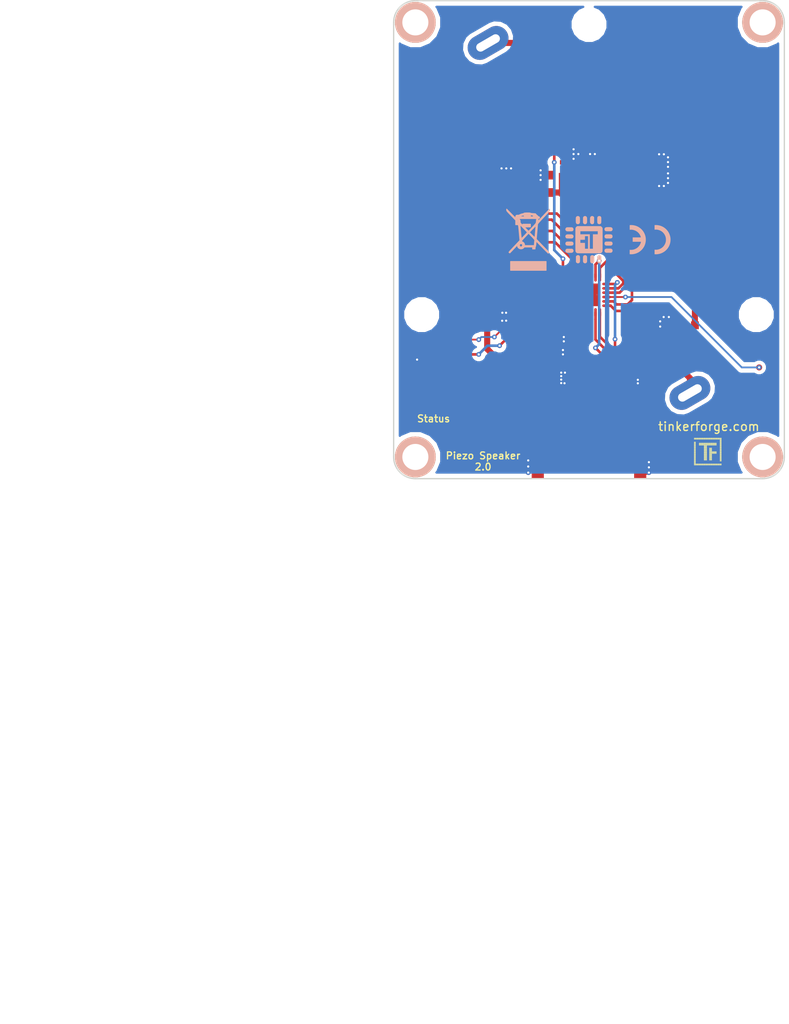
<source format=kicad_pcb>
(kicad_pcb (version 20171130) (host pcbnew 5.0.2-bee76a0~70~ubuntu18.04.1)
  (layers (0 F.Cu signal) (31 B.Cu signal hide) (34 B.Paste user) (35 F.Paste user) (36 B.SilkS user) (37 F.SilkS user) (38 B.Mask user) (39 F.Mask user) (44 Edge.Cuts user))
  (net 0 "")
  (net 1 GND)
  (net 2 "Net-(C1-Pad1)")
  (net 3 3V3)
  (net 4 +VSW)
  (net 5 "Net-(C7-Pad1)")
  (net 6 "Net-(C10-Pad1)")
  (net 7 "Net-(C8-Pad2)")
  (net 8 "Net-(D1-Pad2)")
  (net 9 "Net-(D3-Pad1)")
  (net 10 "Net-(P1-Pad4)")
  (net 11 "Net-(P1-Pad5)")
  (net 12 "Net-(P1-Pad6)")
  (net 13 "Net-(P2-Pad2)")
  (net 14 "Net-(P3-Pad1)")
  (net 15 "Net-(R1-Pad1)")
  (net 16 SU-SHDN)
  (net 17 S-MISO)
  (net 18 S-MOSI)
  (net 19 S-CLK)
  (net 20 S-CS)
  (net 21 LR-1)
  (net 22 LR-2)
  (net 23 LR-3)
  (net 24 LR-4)
  (net 25 SU-4)
  (net 26 SU-3)
  (net 27 SU-2)
  (net 28 SU-1)
  (net 29 "Net-(P4-Pad2)")
  (net 30 Speaker)
  (net 31 "Net-(C5-Pad1)")
  (net 32 "Net-(R102-Pad1)")
  (module kicad-libraries:PT-4532PLQ (layer F.Cu) (at 155 100 120)
    (fp_text reference P4)
    (fp_text value PT-4532PLQ)
    (pad 1 thru_hole oval (at 23.25 0 120) (size 2.8 5) (drill oval 1 3) (layers *.Cu *.Mask) (net 6 "Net-(C10-Pad1)"))
    (pad 2 thru_hole oval (at -23.25 0 120) (size 2.8 5) (drill oval 1 3) (layers *.Cu *.Mask) (net 29 "Net-(P4-Pad2)"))
    (pad "" np_thru_hole circle (at 0 -22.25 120) (size 3 3) (drill 3) (layers *.Cu *.Mask))
    (pad "" np_thru_hole circle (at 19.27 11.13 120) (size 3 3) (drill 3) (layers *.Cu *.Mask))
    (pad "" np_thru_hole circle (at -19.270001 11.13 120) (size 3 3) (drill 3) (layers *.Cu *.Mask))
  )
  (module kicad-libraries:Logo_CoMCU (layer B.Cu) (at 155 102.5 180)
    (fp_text reference G*** hide)
    (fp_text value LOGO hide)
  )
  (module kicad-libraries:Logo_31x31 (layer F.Cu) (at 167.1 125.3)
    (fp_text reference G*** hide)
    (fp_text value Logo_31x31 hide)
  )
  (module C0603F (layer F.Cu) (at 144.025 111.4)
    (fp_text reference C6)
    (fp_text value 1uF)
    (pad 1 smd rect (at -0.75 0) (size 0.9 0.9) (layers F.Cu F.Paste F.Mask) (net 4 +VSW))
    (pad 2 smd rect (at 0.75 0) (size 0.9 0.9) (layers F.Cu F.Paste F.Mask) (net 1 GND))
  )
  (module C0805 (layer F.Cu) (at 145.475 96.07424 90)
    (fp_text reference C5)
    (fp_text value 4.7uF)
    (pad 2 smd rect (at 1.00076 0 90) (size 1.00076 1.24968) (layers F.Cu F.Paste F.Mask) (net 1 GND) (clearance 0.14986))
    (pad 1 smd rect (at -1.00076 0 90) (size 1.00076 1.24968) (layers F.Cu F.Paste F.Mask) (net 31 "Net-(C5-Pad1)") (clearance 0.14986))
  )
  (module C0603F (layer F.Cu) (at 153.8 113.9 180)
    (fp_text reference C4)
    (fp_text value 100nF)
    (pad 1 smd rect (at -0.75 0 180) (size 0.9 0.9) (layers F.Cu F.Paste F.Mask) (net 3 3V3))
    (pad 2 smd rect (at 0.75 0 180) (size 0.9 0.9) (layers F.Cu F.Paste F.Mask) (net 1 GND))
  )
  (module C0402F (layer F.Cu) (at 159.3 118.8)
    (fp_text reference C1)
    (fp_text value 220pF)
    (pad 2 smd rect (at 0.5 0) (size 0.6 0.7) (layers F.Cu F.Paste F.Mask) (net 1 GND))
    (pad 1 smd rect (at -0.5 0) (size 0.6 0.7) (layers F.Cu F.Paste F.Mask) (net 2 "Net-(C1-Pad1)"))
  )
  (module C0805 (layer F.Cu) (at 153.5 118.4 180)
    (fp_text reference C2)
    (fp_text value 10uF)
    (pad 1 smd rect (at -1.00076 0 180) (size 1.00076 1.24968) (layers F.Cu F.Paste F.Mask) (net 3 3V3) (clearance 0.14986))
    (pad 2 smd rect (at 1.00076 0 180) (size 1.00076 1.24968) (layers F.Cu F.Paste F.Mask) (net 1 GND) (clearance 0.14986))
  )
  (module C0603F (layer F.Cu) (at 153.75 115.45 180)
    (fp_text reference C3)
    (fp_text value 1uF)
    (pad 2 smd rect (at 0.75 0 180) (size 0.9 0.9) (layers F.Cu F.Paste F.Mask) (net 1 GND))
    (pad 1 smd rect (at -0.75 0 180) (size 0.9 0.9) (layers F.Cu F.Paste F.Mask) (net 3 3V3))
  )
  (module C0805 (layer F.Cu) (at 150.325 96.075 90)
    (fp_text reference C7)
    (fp_text value 4.7uF)
    (pad 1 smd rect (at -1.00076 0 90) (size 1.00076 1.24968) (layers F.Cu F.Paste F.Mask) (net 5 "Net-(C7-Pad1)") (clearance 0.14986))
    (pad 2 smd rect (at 1.00076 0 90) (size 1.00076 1.24968) (layers F.Cu F.Paste F.Mask) (net 1 GND) (clearance 0.14986))
  )
  (module C0603F (layer F.Cu) (at 159.225 92.775 270)
    (fp_text reference C8)
    (fp_text value 270pF)
    (pad 1 smd rect (at -0.75 0 270) (size 0.9 0.9) (layers F.Cu F.Paste F.Mask) (net 6 "Net-(C10-Pad1)"))
    (pad 2 smd rect (at 0.75 0 270) (size 0.9 0.9) (layers F.Cu F.Paste F.Mask) (net 7 "Net-(C8-Pad2)"))
  )
  (module C0805 (layer F.Cu) (at 162.325 93.575)
    (fp_text reference C9)
    (fp_text value 4.7uF)
    (pad 1 smd rect (at -1.00076 0) (size 1.00076 1.24968) (layers F.Cu F.Paste F.Mask) (net 6 "Net-(C10-Pad1)") (clearance 0.14986))
    (pad 2 smd rect (at 1.00076 0) (size 1.00076 1.24968) (layers F.Cu F.Paste F.Mask) (net 1 GND) (clearance 0.14986))
  )
  (module C0805 (layer F.Cu) (at 162.32576 95.425)
    (fp_text reference C10)
    (fp_text value 4.7uF)
    (pad 2 smd rect (at 1.00076 0) (size 1.00076 1.24968) (layers F.Cu F.Paste F.Mask) (net 1 GND) (clearance 0.14986))
    (pad 1 smd rect (at -1.00076 0) (size 1.00076 1.24968) (layers F.Cu F.Paste F.Mask) (net 6 "Net-(C10-Pad1)") (clearance 0.14986))
  )
  (module D0603F (layer F.Cu) (at 137.1 121.8)
    (fp_text reference D1)
    (fp_text value blue)
    (pad 1 smd rect (at -0.75 0) (size 0.9 0.9) (layers F.Cu F.Paste F.Mask) (net 3 3V3))
    (pad 2 smd rect (at 0.75 0) (size 0.9 0.9) (layers F.Cu F.Paste F.Mask) (net 8 "Net-(D1-Pad2)"))
  )
  (module SOD-123 (layer F.Cu) (at 157.825 96.825)
    (fp_text reference D3)
    (fp_text value B0520LW-7-F)
    (pad 1 smd rect (at -1.84912 0) (size 1.19888 0.70104) (layers F.Cu F.Paste F.Mask) (net 9 "Net-(D3-Pad1)") (clearance 0.14986))
    (pad 2 smd rect (at 1.84912 0) (size 1.19888 0.70104) (layers F.Cu F.Paste F.Mask) (net 6 "Net-(C10-Pad1)") (clearance 0.14986))
  )
  (module C0603F (layer F.Cu) (at 147.875 97.075 180)
    (fp_text reference L1)
    (fp_text value FB)
    (pad 2 smd rect (at 0.75 0 180) (size 0.9 0.9) (layers F.Cu F.Paste F.Mask) (net 31 "Net-(C5-Pad1)"))
    (pad 1 smd rect (at -0.75 0 180) (size 0.9 0.9) (layers F.Cu F.Paste F.Mask) (net 5 "Net-(C7-Pad1)"))
  )
  (module NR3030 (layer F.Cu) (at 153.22518 96.175)
    (fp_text reference L2)
    (fp_text value 10uH)
    (pad 1 smd rect (at -1.19982 0) (size 1 2.70002) (layers F.Cu F.Paste F.Mask) (net 5 "Net-(C7-Pad1)") (clearance 0.14986))
    (pad 2 smd rect (at 1.19982 0) (size 1 2.70002) (layers F.Cu F.Paste F.Mask) (net 9 "Net-(D3-Pad1)") (clearance 0.14986))
  )
  (module kicad-libraries:CON-SENSOR2 (layer F.Cu) (at 155 130)
    (fp_text reference P1)
    (fp_text value CON-SENSOR2)
    (pad 1 smd rect (at -3.75 -4.6) (size 0.6 1.8) (layers F.Cu F.Paste F.Mask) (net 4 +VSW))
    (pad 2 smd rect (at -2.5 -4.6) (size 0.6 1.8) (layers F.Cu F.Paste F.Mask) (net 1 GND))
    (pad EP smd rect (at -5.9 -1.2) (size 1.4 2.4) (layers F.Cu F.Paste F.Mask) (net 1 GND))
    (pad EP smd rect (at 5.9 -1.2) (size 1.4 2.4) (layers F.Cu F.Paste F.Mask) (net 1 GND))
    (pad 3 smd rect (at -1.25 -4.6) (size 0.6 1.8) (layers F.Cu F.Paste F.Mask) (net 3 3V3))
    (pad 4 smd rect (at 0 -4.6) (size 0.6 1.8) (layers F.Cu F.Paste F.Mask) (net 10 "Net-(P1-Pad4)"))
    (pad 5 smd rect (at 1.25 -4.6) (size 0.6 1.8) (layers F.Cu F.Paste F.Mask) (net 11 "Net-(P1-Pad5)"))
    (pad 6 smd rect (at 2.5 -4.6) (size 0.6 1.8) (layers F.Cu F.Paste F.Mask) (net 12 "Net-(P1-Pad6)"))
    (pad 7 smd rect (at 3.75 -4.6) (size 0.6 1.8) (layers F.Cu F.Paste F.Mask) (net 2 "Net-(C1-Pad1)"))
  )
  (module SolderJumper (layer F.Cu) (at 134.35 116.3 180)
    (fp_text reference P2)
    (fp_text value BOOT)
    (pad 2 smd rect (at 0.55 0 180) (size 0.3 1.4) (layers F.Cu F.Mask) (net 13 "Net-(P2-Pad2)"))
    (pad 2 smd rect (at 0.15 0 180) (size 0.6 0.5) (layers F.Cu F.Mask) (net 13 "Net-(P2-Pad2)"))
    (pad 1 smd rect (at -0.5 0 180) (size 0.4 1.4) (layers F.Cu F.Mask) (net 1 GND))
    (pad 1 smd rect (at -0.225 0.55 180) (size 0.95 0.3) (layers F.Cu F.Mask) (net 1 GND))
    (pad 1 smd rect (at -0.225 -0.55 180) (size 0.95 0.3) (layers F.Cu F.Mask) (net 1 GND))
  )
  (module DEBUG_PAD (layer F.Cu) (at 174.6 117.2)
    (fp_text reference P3)
    (fp_text value DEBUG)
    (pad 1 smd circle (at 0 0) (size 0.7 0.7) (layers F.Cu F.Paste F.Mask) (net 14 "Net-(P3-Pad1)"))
  )
  (module R0603F (layer F.Cu) (at 137.1 120.4)
    (fp_text reference R1)
    (fp_text value 1k)
    (pad 1 smd rect (at -0.75 0) (size 0.9 0.9) (layers F.Cu F.Paste F.Mask) (net 15 "Net-(R1-Pad1)"))
    (pad 2 smd rect (at 0.75 0) (size 0.9 0.9) (layers F.Cu F.Paste F.Mask) (net 8 "Net-(D1-Pad2)"))
  )
  (module R0603F (layer F.Cu) (at 149.75 92.65 270)
    (fp_text reference R2)
    (fp_text value 1k)
    (pad 2 smd rect (at 0.75 0 270) (size 0.9 0.9) (layers F.Cu F.Paste F.Mask) (net 1 GND))
    (pad 1 smd rect (at -0.75 0 270) (size 0.9 0.9) (layers F.Cu F.Paste F.Mask) (net 16 SU-SHDN))
  )
  (module R0603F (layer F.Cu) (at 142 102.8)
    (fp_text reference R3)
    (fp_text value 330)
    (pad 1 smd rect (at -0.75 0) (size 0.9 0.9) (layers F.Cu F.Paste F.Mask) (net 31 "Net-(C5-Pad1)"))
    (pad 2 smd rect (at 0.75 0) (size 0.9 0.9) (layers F.Cu F.Paste F.Mask) (net 32 "Net-(R102-Pad1)"))
  )
  (module R0603F (layer F.Cu) (at 157.525 92.775 270)
    (fp_text reference R4)
    (fp_text value 120k)
    (pad 2 smd rect (at 0.75 0 270) (size 0.9 0.9) (layers F.Cu F.Paste F.Mask) (net 7 "Net-(C8-Pad2)"))
    (pad 1 smd rect (at -0.75 0 270) (size 0.9 0.9) (layers F.Cu F.Paste F.Mask) (net 6 "Net-(C10-Pad1)"))
  )
  (module 4X0402 (layer F.Cu) (at 157.25 117.275)
    (fp_text reference RP1)
    (fp_text value 82)
    (pad 1 smd rect (at -0.7493 0.575 180) (size 0.29972 0.65) (layers F.Cu F.Paste F.Mask) (net 10 "Net-(P1-Pad4)"))
    (pad 2 smd rect (at -0.24892 0.575 180) (size 0.29972 0.65) (layers F.Cu F.Paste F.Mask) (net 11 "Net-(P1-Pad5)"))
    (pad 3 smd rect (at 0.24892 0.575 180) (size 0.29972 0.65) (layers F.Cu F.Paste F.Mask) (net 12 "Net-(P1-Pad6)"))
    (pad 4 smd rect (at 0.7493 0.575 180) (size 0.29972 0.65) (layers F.Cu F.Paste F.Mask) (net 2 "Net-(C1-Pad1)"))
    (pad 5 smd rect (at 0.7493 -0.575) (size 0.29972 0.65) (layers F.Cu F.Paste F.Mask) (net 17 S-MISO))
    (pad 6 smd rect (at 0.24892 -0.575) (size 0.29972 0.65) (layers F.Cu F.Paste F.Mask) (net 18 S-MOSI))
    (pad 7 smd rect (at -0.24892 -0.575) (size 0.29972 0.65) (layers F.Cu F.Paste F.Mask) (net 19 S-CLK))
    (pad 8 smd rect (at -0.7493 -0.575) (size 0.29972 0.65) (layers F.Cu F.Paste F.Mask) (net 20 S-CS))
  )
  (module QFN24-4x4mm-0.5mm (layer F.Cu) (at 155 108.85)
    (fp_text reference U1)
    (fp_text value XMC1100)
    (pad 1 smd oval (at -2.025 -1.25) (size 1 0.3) (layers F.Cu F.Paste F.Mask) (net 16 SU-SHDN))
    (pad 2 smd oval (at -2.025 -0.75) (size 1 0.3) (layers F.Cu F.Paste F.Mask))
    (pad 3 smd oval (at -2.025 -0.25) (size 1 0.3) (layers F.Cu F.Paste F.Mask))
    (pad 4 smd oval (at -2.025 0.25) (size 1 0.3) (layers F.Cu F.Paste F.Mask))
    (pad 5 smd oval (at -2.025 0.75) (size 1 0.3) (layers F.Cu F.Paste F.Mask))
    (pad 6 smd oval (at -2.025 1.25) (size 1 0.3) (layers F.Cu F.Paste F.Mask) (net 13 "Net-(P2-Pad2)"))
    (pad 7 smd oval (at -1.25 2.025 90) (size 1 0.3) (layers F.Cu F.Paste F.Mask) (net 15 "Net-(R1-Pad1)"))
    (pad 8 smd oval (at -0.75 2.025 90) (size 1 0.3) (layers F.Cu F.Paste F.Mask))
    (pad 9 smd oval (at -0.25 2.025 90) (size 1 0.3) (layers F.Cu F.Paste F.Mask) (net 1 GND))
    (pad 10 smd oval (at 0.25 2.025 90) (size 1 0.3) (layers F.Cu F.Paste F.Mask) (net 3 3V3))
    (pad 11 smd oval (at 0.75 2.025 90) (size 1 0.3) (layers F.Cu F.Paste F.Mask) (net 19 S-CLK))
    (pad 12 smd oval (at 1.25 2.025 90) (size 1 0.3) (layers F.Cu F.Paste F.Mask) (net 18 S-MOSI))
    (pad 13 smd oval (at 2.025 1.25) (size 1 0.3) (layers F.Cu F.Paste F.Mask) (net 30 Speaker))
    (pad 14 smd oval (at 2.025 0.75) (size 1 0.3) (layers F.Cu F.Paste F.Mask) (net 28 SU-1))
    (pad 15 smd oval (at 2.025 0.25) (size 1 0.3) (layers F.Cu F.Paste F.Mask) (net 14 "Net-(P3-Pad1)"))
    (pad 16 smd oval (at 2.025 -0.25) (size 1 0.3) (layers F.Cu F.Paste F.Mask) (net 27 SU-2))
    (pad 17 smd oval (at 2.025 -0.75) (size 1 0.3) (layers F.Cu F.Paste F.Mask) (net 26 SU-3))
    (pad 18 smd oval (at 2.025 -1.25) (size 1 0.3) (layers F.Cu F.Paste F.Mask) (net 17 S-MISO))
    (pad 19 smd oval (at 1.25 -2.025 90) (size 1 0.3) (layers F.Cu F.Paste F.Mask) (net 25 SU-4))
    (pad 20 smd oval (at 0.75 -2.025 90) (size 1 0.3) (layers F.Cu F.Paste F.Mask) (net 20 S-CS))
    (pad 21 smd oval (at 0.25 -2.025 90) (size 1 0.3) (layers F.Cu F.Paste F.Mask) (net 21 LR-1))
    (pad 22 smd oval (at -0.25 -2.025 90) (size 1 0.3) (layers F.Cu F.Paste F.Mask) (net 22 LR-2))
    (pad 23 smd oval (at -0.75 -2.025 90) (size 1 0.3) (layers F.Cu F.Paste F.Mask) (net 23 LR-3))
    (pad 24 smd oval (at -1.25 -2.025 90) (size 1 0.3) (layers F.Cu F.Paste F.Mask) (net 24 LR-4))
    (pad EXP smd rect (at 0.65 0.65) (size 1.3 1.3) (layers F.Cu F.Paste F.Mask) (net 1 GND))
    (pad EXP smd rect (at 0.65 -0.65) (size 1.3 1.3) (layers F.Cu F.Paste F.Mask) (net 1 GND))
    (pad EXP smd rect (at -0.65 0.65) (size 1.3 1.3) (layers F.Cu F.Paste F.Mask) (net 1 GND))
    (pad EXP smd rect (at -0.65 -0.65) (size 1.3 1.3) (layers F.Cu F.Paste F.Mask) (net 1 GND))
  )
  (module kicad-libraries:SOT-223 (layer F.Cu) (at 146.35 106.825 270)
    (fp_text reference U2)
    (fp_text value LD1117-ADJ)
    (pad 1 smd rect (at -2.30124 3.0988 270) (size 1.30048 2.4003) (layers F.Cu F.Paste F.Mask) (net 32 "Net-(R102-Pad1)"))
    (pad 2 smd rect (at 0 3.0988 270) (size 1.30048 2.4003) (layers F.Cu F.Paste F.Mask) (net 31 "Net-(C5-Pad1)"))
    (pad 3 smd rect (at 2.30124 3.0988 270) (size 1.30048 2.4003) (layers F.Cu F.Paste F.Mask) (net 4 +VSW))
    (pad 2 smd rect (at 0 -3.0988 270) (size 3.59918 2.19964) (layers F.Cu F.Paste F.Mask) (net 31 "Net-(C5-Pad1)"))
  )
  (module SOT23-5 (layer F.Cu) (at 153.25 92.65 90)
    (fp_text reference U3)
    (fp_text value LMR62014X)
    (pad 1 smd rect (at -0.94996 1.19888 90) (size 0.50038 0.8001) (layers F.Cu F.Paste F.Mask) (net 9 "Net-(D3-Pad1)"))
    (pad 2 smd rect (at 0 1.19888 90) (size 0.50038 0.8001) (layers F.Cu F.Paste F.Mask) (net 1 GND))
    (pad 3 smd rect (at 0.94996 1.19888 90) (size 0.50038 0.8001) (layers F.Cu F.Paste F.Mask) (net 7 "Net-(C8-Pad2)"))
    (pad 5 smd rect (at -0.94996 -1.19888 90) (size 0.50038 0.8001) (layers F.Cu F.Paste F.Mask) (net 5 "Net-(C7-Pad1)"))
    (pad 4 smd rect (at 0.94996 -1.19888 90) (size 0.50038 0.8001) (layers F.Cu F.Paste F.Mask) (net 16 SU-SHDN))
  )
  (module kicad-libraries:Drill (layer F.Cu) (at 135 127.5)
    (fp_text reference U4 hide)
    (fp_text value DRILL hide)
    (pad "" thru_hole circle (at 0 0) (size 4.699 4.699) (drill 2.99974) (layers *.Cu *.SilkS *.Mask))
  )
  (module kicad-libraries:Drill (layer F.Cu) (at 175 127.5)
    (fp_text reference U5 hide)
    (fp_text value DRILL hide)
    (pad "" thru_hole circle (at 0 0) (size 4.699 4.699) (drill 2.99974) (layers *.Cu *.SilkS *.Mask))
  )
  (module kicad-libraries:Drill (layer F.Cu) (at 175 77.5)
    (fp_text reference U6 hide)
    (fp_text value DRILL hide)
    (pad "" thru_hole circle (at 0 0) (size 4.699 4.699) (drill 2.99974) (layers *.Cu *.SilkS *.Mask))
  )
  (module kicad-libraries:Drill (layer F.Cu) (at 135 77.5)
    (fp_text reference U7 hide)
    (fp_text value DRILL hide)
    (pad "" thru_hole circle (at 0 0) (size 4.699 4.699) (drill 2.99974) (layers *.Cu *.SilkS *.Mask))
  )
  (module kicad-libraries:WEEE_7mm (layer B.Cu) (at 148 102.5 180)
    (fp_text reference VAL hide)
    (fp_text value WEEE_7mm hide)
  )
  (module kicad-libraries:CE_5mm (layer B.Cu) (at 162 102.5 180)
    (fp_text reference VAL hide)
    (fp_text value CE_5mm hide)
  )
  (module SOT23GDS (layer F.Cu) (at 164.9 113.2)
    (fp_text reference Q101)
    (fp_text value 2N7002P)
    (pad S smd rect (at -0.889 -1.016) (size 0.9144 0.9144) (layers F.Cu F.Paste F.Mask) (net 1 GND))
    (pad G smd rect (at 0.889 -1.016) (size 0.9144 0.9144) (layers F.Cu F.Paste F.Mask) (net 30 Speaker))
    (pad D smd rect (at 0 1.016) (size 0.9144 0.9144) (layers F.Cu F.Paste F.Mask) (net 29 "Net-(P4-Pad2)"))
  )
  (module R0603F (layer F.Cu) (at 167.2 113.1 270)
    (fp_text reference R101)
    (fp_text value 1k)
    (pad 1 smd rect (at -0.75 0 270) (size 0.9 0.9) (layers F.Cu F.Paste F.Mask) (net 6 "Net-(C10-Pad1)"))
    (pad 2 smd rect (at 0.75 0 270) (size 0.9 0.9) (layers F.Cu F.Paste F.Mask) (net 29 "Net-(P4-Pad2)"))
  )
  (module R0603F (layer F.Cu) (at 148.3 98.9)
    (fp_text reference R102)
    (fp_text value 1k)
    (pad 1 smd rect (at -0.75 0) (size 0.9 0.9) (layers F.Cu F.Paste F.Mask) (net 32 "Net-(R102-Pad1)"))
    (pad 2 smd rect (at 0.75 0) (size 0.9 0.9) (layers F.Cu F.Paste F.Mask) (net 21 LR-1))
  )
  (module R0603F (layer F.Cu) (at 148.3 100.2)
    (fp_text reference R103)
    (fp_text value 470)
    (pad 2 smd rect (at 0.75 0) (size 0.9 0.9) (layers F.Cu F.Paste F.Mask) (net 22 LR-2))
    (pad 1 smd rect (at -0.75 0) (size 0.9 0.9) (layers F.Cu F.Paste F.Mask) (net 32 "Net-(R102-Pad1)"))
  )
  (module R0603F (layer F.Cu) (at 148.3 101.5)
    (fp_text reference R104)
    (fp_text value 220)
    (pad 1 smd rect (at -0.75 0) (size 0.9 0.9) (layers F.Cu F.Paste F.Mask) (net 32 "Net-(R102-Pad1)"))
    (pad 2 smd rect (at 0.75 0) (size 0.9 0.9) (layers F.Cu F.Paste F.Mask) (net 23 LR-3))
  )
  (module R0603F (layer F.Cu) (at 148.3 102.8)
    (fp_text reference R105)
    (fp_text value 100)
    (pad 2 smd rect (at 0.75 0) (size 0.9 0.9) (layers F.Cu F.Paste F.Mask) (net 24 LR-4))
    (pad 1 smd rect (at -0.75 0) (size 0.9 0.9) (layers F.Cu F.Paste F.Mask) (net 32 "Net-(R102-Pad1)"))
  )
  (module 4X0603 (layer F.Cu) (at 158.3 101.9)
    (fp_text reference RP3)
    (fp_text value 33k)
    (pad 1 smd rect (at -1.19888 -0.8509) (size 0.44958 0.89916) (layers F.Cu F.Paste F.Mask) (net 7 "Net-(C8-Pad2)"))
    (pad 2 smd rect (at -0.39878 -0.8509) (size 0.44958 0.89916) (layers F.Cu F.Paste F.Mask) (net 7 "Net-(C8-Pad2)"))
    (pad 3 smd rect (at 0.39878 -0.8509) (size 0.44958 0.89916) (layers F.Cu F.Paste F.Mask) (net 7 "Net-(C8-Pad2)"))
    (pad 4 smd rect (at 1.19888 -0.8509) (size 0.44958 0.89916) (layers F.Cu F.Paste F.Mask) (net 7 "Net-(C8-Pad2)"))
    (pad 5 smd rect (at 1.19888 0.8509) (size 0.44958 0.89916) (layers F.Cu F.Paste F.Mask) (net 28 SU-1))
    (pad 6 smd rect (at 0.39878 0.8509) (size 0.44958 0.89916) (layers F.Cu F.Paste F.Mask) (net 27 SU-2))
    (pad 7 smd rect (at -0.39878 0.8509) (size 0.44958 0.89916) (layers F.Cu F.Paste F.Mask) (net 26 SU-3))
    (pad 8 smd rect (at -1.19888 0.8509) (size 0.44958 0.89916) (layers F.Cu F.Paste F.Mask) (net 25 SU-4))
  )
  (module kicad-libraries:Fiducial_Mark (layer F.Cu) (at 140.5 123)
    (fp_text reference Fiducial_Mark hide)
    (fp_text value VAL** hide)
    (pad 1 smd circle (at 0 0) (size 1.00076 1.00076) (layers F.Cu F.Paste F.Mask) (clearance 0.65024))
  )
  (module kicad-libraries:Fiducial_Mark (layer F.Cu) (at 168.5 84)
    (fp_text reference Fiducial_Mark hide)
    (fp_text value VAL** hide)
    (pad 1 smd circle (at 0 0) (size 1.00076 1.00076) (layers F.Cu F.Paste F.Mask) (clearance 0.65024))
  )
  (module kicad-libraries:Fiducial_Mark (layer F.Cu) (at 141.5 84)
    (fp_text reference Fiducial_Mark hide)
    (fp_text value VAL** hide)
    (pad 1 smd circle (at 0 0) (size 1.00076 1.00076) (layers F.Cu F.Paste F.Mask) (clearance 0.65024))
  )
  (gr_line (start 132.5 77.5) (end 132.5 127.5) (angle 90) (layer Edge.Cuts) (width 0.15))
  (gr_line (start 175 75) (end 135 75) (angle 90) (layer Edge.Cuts) (width 0.15))
  (gr_line (start 177.5 127.5) (end 177.5 77.5) (angle 90) (layer Edge.Cuts) (width 0.15))
  (gr_line (start 135 130) (end 175 130) (angle 90) (layer Edge.Cuts) (width 0.15))
  (gr_arc (start 135 127.5) (end 135 130) (angle 90) (layer Edge.Cuts) (width 0.15))
  (gr_arc (start 175 127.5) (end 177.5 127.5) (angle 90) (layer Edge.Cuts) (width 0.15))
  (gr_arc (start 175 77.5) (end 175 75) (angle 90) (layer Edge.Cuts) (width 0.15))
  (gr_arc (start 135 77.5) (end 132.5 77.5) (angle 90) (layer Edge.Cuts) (width 0.15))
  (gr_text tinkerforge.com (at 168.8 124) (layer F.SilkS) (effects (font (size 1 1))))
  (gr_text "Piezo Speaker\n2.0" (at 142.8 128) (layer F.SilkS) (effects (font (size 0.8 0.8))))
  (gr_text Status (at 137.1 123.1) (layer F.SilkS) (effects (font (size 0.8 0.8))))
  (via (at 152 115.2) (size 0.55) (drill 0.25) (layers F.Cu B.Cu) (net 1))
  (segment (start 153 115.45) (end 152.25 115.45) (width 0.5) (layer F.Cu) (net 1))
  (segment (start 152.25 115.45) (end 152 115.2) (width 0.5) (layer F.Cu) (net 1))
  (via (at 152 115.7) (size 0.55) (drill 0.25) (layers F.Cu B.Cu) (net 1))
  (segment (start 152.25 115.45) (end 152 115.7) (width 0.5) (layer F.Cu) (net 1))
  (segment (start 154.75 109.9) (end 154.35 109.5) (width 0.3) (layer F.Cu) (net 1))
  (segment (start 154.75 110.875) (end 154.75 109.9) (width 0.3) (layer F.Cu) (net 1))
  (segment (start 154.35 109.5) (end 154.35 108.2) (width 0.3) (layer F.Cu) (net 1))
  (segment (start 154.35 108.2) (end 155.65 108.2) (width 0.3) (layer F.Cu) (net 1))
  (segment (start 155.65 108.2) (end 155.65 109.5) (width 0.3) (layer F.Cu) (net 1))
  (segment (start 153.05 115.4) (end 153 115.45) (width 0.5) (layer F.Cu) (net 1))
  (segment (start 153.05 113.9) (end 153.05 115.4) (width 0.5) (layer F.Cu) (net 1))
  (via (at 152.1 113.7) (size 0.55) (drill 0.25) (layers F.Cu B.Cu) (net 1))
  (via (at 152.1 114.2) (size 0.55) (drill 0.25) (layers F.Cu B.Cu) (net 1))
  (segment (start 154.75 112.301004) (end 153.151004 113.9) (width 0.3) (layer F.Cu) (net 1))
  (segment (start 153.151004 113.9) (end 153.05 113.9) (width 0.3) (layer F.Cu) (net 1))
  (segment (start 154.75 110.875) (end 154.75 112.301004) (width 0.3) (layer F.Cu) (net 1))
  (via (at 160.625 118.625) (size 0.55) (drill 0.25) (layers F.Cu B.Cu) (net 1))
  (segment (start 159.8 118.8) (end 160.45 118.8) (width 0.3) (layer F.Cu) (net 1))
  (segment (start 160.45 118.8) (end 160.625 118.625) (width 0.3) (layer F.Cu) (net 1))
  (via (at 160.625 119.025) (size 0.55) (drill 0.25) (layers F.Cu B.Cu) (net 1))
  (segment (start 159.8 118.8) (end 160.4 118.8) (width 0.3) (layer F.Cu) (net 1))
  (segment (start 160.4 118.8) (end 160.625 119.025) (width 0.3) (layer F.Cu) (net 1))
  (via (at 163.075 92.675) (size 0.55) (drill 0.25) (layers F.Cu B.Cu) (net 1))
  (segment (start 163.32576 93.575) (end 163.32576 92.97424) (width 0.5) (layer F.Cu) (net 1))
  (via (at 163.625 92.675) (size 0.55) (drill 0.25) (layers F.Cu B.Cu) (net 1))
  (segment (start 163.32576 92.97424) (end 163.625 92.675) (width 0.5) (layer F.Cu) (net 1))
  (via (at 163.075 96.325) (size 0.55) (drill 0.25) (layers F.Cu B.Cu) (net 1))
  (segment (start 163.32652 95.425) (end 163.32652 96.02652) (width 0.5) (layer F.Cu) (net 1))
  (via (at 163.625 96.325) (size 0.55) (drill 0.25) (layers F.Cu B.Cu) (net 1))
  (segment (start 163.32652 96.02652) (end 163.625 96.325) (width 0.5) (layer F.Cu) (net 1))
  (segment (start 163.32652 95.425) (end 164.1 95.425) (width 0.5) (layer F.Cu) (net 1))
  (via (at 164.1 95.425) (size 0.55) (drill 0.25) (layers F.Cu B.Cu) (net 1))
  (segment (start 163.32652 95.425) (end 163.55 95.425) (width 0.5) (layer F.Cu) (net 1))
  (via (at 164.1 95.975) (size 0.55) (drill 0.25) (layers F.Cu B.Cu) (net 1))
  (segment (start 163.55 95.425) (end 164.1 95.975) (width 0.5) (layer F.Cu) (net 1))
  (segment (start 163.32652 95.425) (end 163.55 95.425) (width 0.5) (layer F.Cu) (net 1))
  (segment (start 163.55 95.425) (end 164.1 94.875) (width 0.5) (layer F.Cu) (net 1))
  (via (at 164.1 94.875) (size 0.55) (drill 0.25) (layers F.Cu B.Cu) (net 1))
  (segment (start 163.32576 93.575) (end 164.1 93.575) (width 0.5) (layer F.Cu) (net 1))
  (via (at 164.1 93.575) (size 0.55) (drill 0.25) (layers F.Cu B.Cu) (net 1))
  (via (at 164.1 94.125) (size 0.55) (drill 0.25) (layers F.Cu B.Cu) (net 1))
  (segment (start 163.32576 93.575) (end 163.55 93.575) (width 0.5) (layer F.Cu) (net 1))
  (via (at 164.1 93.025) (size 0.55) (drill 0.25) (layers F.Cu B.Cu) (net 1))
  (segment (start 163.55 93.575) (end 164.1 93.025) (width 0.5) (layer F.Cu) (net 1))
  (segment (start 154.44888 92.65) (end 153.775 92.65) (width 0.5) (layer F.Cu) (net 1))
  (via (at 153.225 93.2) (size 0.55) (drill 0.25) (layers F.Cu B.Cu) (net 1))
  (segment (start 153.225 92.65) (end 153.225 93.2) (width 0.5) (layer F.Cu) (net 1))
  (via (at 153.775 92.65) (size 0.55) (drill 0.25) (layers F.Cu B.Cu) (net 1))
  (segment (start 153.775 92.65) (end 153.225 92.65) (width 0.5) (layer F.Cu) (net 1))
  (via (at 153.225 92.65) (size 0.55) (drill 0.25) (layers F.Cu B.Cu) (net 1))
  (via (at 153.225 92.1) (size 0.55) (drill 0.25) (layers F.Cu B.Cu) (net 1))
  (segment (start 153.225 92.65) (end 153.225 92.1) (width 0.5) (layer F.Cu) (net 1))
  (segment (start 154.44888 92.65) (end 155.125 92.65) (width 0.5) (layer F.Cu) (net 1))
  (via (at 155.675 92.65) (size 0.55) (drill 0.25) (layers F.Cu B.Cu) (net 1))
  (segment (start 155.125 92.65) (end 155.675 92.65) (width 0.5) (layer F.Cu) (net 1))
  (via (at 155.125 92.65) (size 0.55) (drill 0.25) (layers F.Cu B.Cu) (net 1))
  (segment (start 150.325 95.07424) (end 149.42576 95.07424) (width 0.5) (layer F.Cu) (net 1))
  (via (at 149.425 95.625) (size 0.55) (drill 0.25) (layers F.Cu B.Cu) (net 1))
  (segment (start 149.425 95.075) (end 149.425 95.625) (width 0.5) (layer F.Cu) (net 1))
  (segment (start 149.42576 95.07424) (end 149.425 95.075) (width 0.5) (layer F.Cu) (net 1))
  (via (at 149.425 95.075) (size 0.55) (drill 0.25) (layers F.Cu B.Cu) (net 1))
  (via (at 149.425 94.525) (size 0.55) (drill 0.25) (layers F.Cu B.Cu) (net 1))
  (segment (start 149.425 95.075) (end 149.425 94.525) (width 0.5) (layer F.Cu) (net 1))
  (segment (start 145.475 95.07348) (end 145.475 94.3) (width 0.5) (layer F.Cu) (net 1))
  (via (at 146.025 94.3) (size 0.55) (drill 0.25) (layers F.Cu B.Cu) (net 1))
  (segment (start 145.475 94.3) (end 146.025 94.3) (width 0.5) (layer F.Cu) (net 1))
  (via (at 145.475 94.3) (size 0.55) (drill 0.25) (layers F.Cu B.Cu) (net 1))
  (via (at 144.925 94.3) (size 0.55) (drill 0.25) (layers F.Cu B.Cu) (net 1))
  (segment (start 145.475 94.3) (end 144.925 94.3) (width 0.5) (layer F.Cu) (net 1))
  (segment (start 152.5 118.40076) (end 152.49924 118.4) (width 0.5) (layer F.Cu) (net 1))
  (segment (start 153 116.7) (end 153 115.45) (width 0.5) (layer F.Cu) (net 1))
  (segment (start 152.49924 117.20076) (end 153 116.7) (width 0.5) (layer F.Cu) (net 1))
  (segment (start 152.4 118.4) (end 152.074999 118.074999) (width 0.5) (layer F.Cu) (net 1))
  (segment (start 152.074999 118.074999) (end 151.8 117.8) (width 0.5) (layer F.Cu) (net 1))
  (via (at 151.8 117.8) (size 0.55) (drill 0.25) (layers F.Cu B.Cu) (net 1))
  (segment (start 152.29924 118.2) (end 152.188908 118.2) (width 0.5) (layer F.Cu) (net 1))
  (segment (start 152.188908 118.2) (end 151.8 118.2) (width 0.5) (layer F.Cu) (net 1))
  (via (at 151.8 118.2) (size 0.55) (drill 0.25) (layers F.Cu B.Cu) (net 1))
  (segment (start 152.49924 118.4) (end 152.29924 118.2) (width 0.5) (layer F.Cu) (net 1))
  (via (at 151.8 118.6) (size 0.55) (drill 0.25) (layers F.Cu B.Cu) (net 1))
  (segment (start 152.49924 118.4) (end 152.29924 118.6) (width 0.5) (layer F.Cu) (net 1))
  (segment (start 152.29924 118.6) (end 152.188908 118.6) (width 0.5) (layer F.Cu) (net 1))
  (segment (start 152.188908 118.6) (end 151.8 118.6) (width 0.5) (layer F.Cu) (net 1))
  (segment (start 152 118.6) (end 151.8 118.6) (width 0.5) (layer B.Cu) (net 1))
  (segment (start 152.1 118.5) (end 152 118.6) (width 0.5) (layer B.Cu) (net 1))
  (via (at 151.8 119) (size 0.55) (drill 0.25) (layers F.Cu B.Cu) (net 1))
  (segment (start 152.4 118.4) (end 152.074999 118.725001) (width 0.5) (layer F.Cu) (net 1))
  (segment (start 152.074999 118.725001) (end 151.8 119) (width 0.5) (layer F.Cu) (net 1))
  (segment (start 152.49924 118.4) (end 152.4 118.4) (width 0.5) (layer F.Cu) (net 1))
  (segment (start 151.8 117.8) (end 151.8 119) (width 0.5) (layer F.Cu) (net 1))
  (segment (start 151.8 119) (end 152.5 119) (width 0.5) (layer F.Cu) (net 1))
  (segment (start 152.5 125.4) (end 152.5 119) (width 0.5) (layer F.Cu) (net 1))
  (segment (start 152.5 119) (end 152.5 118.40076) (width 0.5) (layer F.Cu) (net 1))
  (segment (start 152.39924 117.8) (end 152.49924 117.7) (width 0.5) (layer F.Cu) (net 1))
  (segment (start 151.8 117.8) (end 152.39924 117.8) (width 0.5) (layer F.Cu) (net 1))
  (segment (start 152.49924 118.4) (end 152.49924 117.7) (width 0.5) (layer F.Cu) (net 1))
  (segment (start 152.49924 117.7) (end 152.49924 117.20076) (width 0.5) (layer F.Cu) (net 1))
  (segment (start 152 115.2) (end 152 115.7) (width 0.5) (layer F.Cu) (net 1))
  (segment (start 152.75 115.2) (end 153 115.45) (width 0.5) (layer F.Cu) (net 1))
  (segment (start 152 115.2) (end 152.75 115.2) (width 0.5) (layer F.Cu) (net 1))
  (segment (start 152.75 115.7) (end 153 115.45) (width 0.5) (layer F.Cu) (net 1))
  (segment (start 152 115.7) (end 152.75 115.7) (width 0.5) (layer F.Cu) (net 1))
  (segment (start 152.1 113.7) (end 152.1 114.2) (width 0.5) (layer F.Cu) (net 1))
  (segment (start 152.75 114.2) (end 153.05 113.9) (width 0.5) (layer F.Cu) (net 1))
  (segment (start 152.1 114.2) (end 152.75 114.2) (width 0.5) (layer F.Cu) (net 1))
  (segment (start 152.85 113.7) (end 153.05 113.9) (width 0.5) (layer F.Cu) (net 1))
  (segment (start 152.1 113.7) (end 152.85 113.7) (width 0.5) (layer F.Cu) (net 1))
  (segment (start 146.025 94.52348) (end 145.475 95.07348) (width 0.5) (layer F.Cu) (net 1))
  (segment (start 146.025 94.3) (end 146.025 94.52348) (width 0.5) (layer F.Cu) (net 1))
  (segment (start 144.925 94.52348) (end 145.475 95.07348) (width 0.5) (layer F.Cu) (net 1))
  (segment (start 144.925 94.3) (end 144.925 94.52348) (width 0.5) (layer F.Cu) (net 1))
  (segment (start 149.425 94.525) (end 149.77576 94.525) (width 0.5) (layer F.Cu) (net 1))
  (segment (start 149.77424 95.625) (end 150.325 95.07424) (width 0.5) (layer F.Cu) (net 1))
  (segment (start 149.425 95.625) (end 149.77424 95.625) (width 0.5) (layer F.Cu) (net 1))
  (segment (start 163.075 96.325) (end 163.625 96.325) (width 0.5) (layer F.Cu) (net 1))
  (segment (start 163.75 96.325) (end 164.1 95.975) (width 0.5) (layer F.Cu) (net 1))
  (segment (start 163.625 96.325) (end 163.75 96.325) (width 0.5) (layer F.Cu) (net 1))
  (segment (start 164.1 95.975) (end 164.1 94.875) (width 0.5) (layer F.Cu) (net 1))
  (segment (start 163.87652 94.875) (end 163.32652 95.425) (width 0.5) (layer F.Cu) (net 1))
  (segment (start 164.1 94.875) (end 163.87652 94.875) (width 0.5) (layer F.Cu) (net 1))
  (segment (start 163.075 95.67652) (end 163.32652 95.425) (width 0.5) (layer F.Cu) (net 1))
  (segment (start 163.075 96.325) (end 163.075 95.67652) (width 0.5) (layer F.Cu) (net 1))
  (segment (start 164.1 93.15) (end 163.625 92.675) (width 0.5) (layer F.Cu) (net 1))
  (segment (start 164.1 94.125) (end 164.1 93.15) (width 0.5) (layer F.Cu) (net 1))
  (segment (start 163.75 92.675) (end 164.1 93.025) (width 0.5) (layer F.Cu) (net 1))
  (segment (start 163.075 92.675) (end 163.75 92.675) (width 0.5) (layer F.Cu) (net 1))
  (segment (start 163.075 93.32424) (end 163.32576 93.575) (width 0.5) (layer F.Cu) (net 1))
  (segment (start 163.075 92.675) (end 163.075 93.32424) (width 0.5) (layer F.Cu) (net 1))
  (segment (start 163.87576 94.125) (end 163.32576 93.575) (width 0.5) (layer F.Cu) (net 1))
  (segment (start 164.1 94.125) (end 163.87576 94.125) (width 0.5) (layer F.Cu) (net 1))
  (via (at 148.000004 129.3) (size 0.55) (drill 0.25) (layers F.Cu B.Cu) (net 1))
  (via (at 148 128.6) (size 0.55) (drill 0.25) (layers F.Cu B.Cu) (net 1))
  (via (at 148 127.900022) (size 0.55) (drill 0.25) (layers F.Cu B.Cu) (net 1))
  (segment (start 148 128.6) (end 148 127.900022) (width 0.5) (layer F.Cu) (net 1))
  (segment (start 149.1 128.7) (end 149 128.6) (width 0.5) (layer F.Cu) (net 1))
  (segment (start 149.1 128.8) (end 149.1 128.7) (width 0.5) (layer F.Cu) (net 1))
  (segment (start 148.000004 128.911092) (end 148.000004 129.3) (width 0.5) (layer F.Cu) (net 1))
  (segment (start 148.000004 128.699996) (end 148.000004 128.911092) (width 0.5) (layer F.Cu) (net 1))
  (segment (start 148 128.6) (end 148 128.699992) (width 0.5) (layer F.Cu) (net 1))
  (segment (start 148 128.699992) (end 148.000004 128.699996) (width 0.5) (layer F.Cu) (net 1))
  (segment (start 148.9 128.6) (end 149.1 128.8) (width 0.5) (layer F.Cu) (net 1))
  (segment (start 148 128.3) (end 148.3 128.6) (width 0.5) (layer F.Cu) (net 1))
  (segment (start 148 128.6) (end 148.3 128.6) (width 0.5) (layer F.Cu) (net 1))
  (segment (start 148 127.900022) (end 148 128.3) (width 0.5) (layer F.Cu) (net 1))
  (segment (start 148.3 128.6) (end 148.9 128.6) (width 0.5) (layer F.Cu) (net 1))
  (segment (start 148.000004 129.3) (end 148.3 129.000004) (width 0.5) (layer F.Cu) (net 1))
  (segment (start 148.899996 129.000004) (end 149.1 128.8) (width 0.5) (layer F.Cu) (net 1))
  (segment (start 148.3 129.000004) (end 148.899996 129.000004) (width 0.5) (layer F.Cu) (net 1))
  (segment (start 148.200022 127.900022) (end 149.1 128.8) (width 0.5) (layer F.Cu) (net 1))
  (segment (start 148 127.900022) (end 148.200022 127.900022) (width 0.5) (layer F.Cu) (net 1))
  (via (at 161.900004 128.1) (size 0.55) (drill 0.25) (layers F.Cu B.Cu) (net 1))
  (segment (start 161.900004 128.1) (end 161.900004 128.699996) (width 0.5) (layer F.Cu) (net 1))
  (segment (start 161.900004 128.699996) (end 161.9 128.7) (width 0.5) (layer F.Cu) (net 1))
  (via (at 161.9 128.7) (size 0.55) (drill 0.25) (layers F.Cu B.Cu) (net 1))
  (segment (start 161.9 128.911092) (end 161.9 129.3) (width 0.5) (layer F.Cu) (net 1))
  (via (at 161.9 129.3) (size 0.55) (drill 0.25) (layers F.Cu B.Cu) (net 1))
  (segment (start 161.6 128.1) (end 160.9 128.8) (width 0.5) (layer F.Cu) (net 1))
  (segment (start 161.900004 128.1) (end 161.6 128.1) (width 0.5) (layer F.Cu) (net 1))
  (segment (start 161.4 129.3) (end 160.9 128.8) (width 0.5) (layer F.Cu) (net 1))
  (segment (start 161.9 129.3) (end 161.4 129.3) (width 0.5) (layer F.Cu) (net 1))
  (segment (start 161 128.7) (end 160.9 128.8) (width 0.5) (layer F.Cu) (net 1))
  (segment (start 161.9 128.7) (end 161 128.7) (width 0.5) (layer F.Cu) (net 1))
  (segment (start 161.900004 129.299996) (end 161.9 129.3) (width 0.5) (layer F.Cu) (net 1))
  (segment (start 161.900004 128.1) (end 161.900004 129.299996) (width 0.5) (layer F.Cu) (net 1))
  (segment (start 161.9 128.7) (end 161.6 129) (width 0.5) (layer F.Cu) (net 1))
  (segment (start 161.6 129) (end 161.6 128.1) (width 0.5) (layer F.Cu) (net 1))
  (segment (start 134.740002 116.85) (end 134.575 116.85) (width 0.3) (layer F.Cu) (net 1))
  (segment (start 134.85 116.740002) (end 134.740002 116.85) (width 0.3) (layer F.Cu) (net 1))
  (segment (start 134.85 116.3) (end 134.85 116.740002) (width 0.3) (layer F.Cu) (net 1))
  (segment (start 134.85 116.025) (end 134.800001 115.975001) (width 0.3) (layer F.Cu) (net 1))
  (via (at 135.2 116.3) (size 0.55) (drill 0.25) (layers F.Cu B.Cu) (net 1))
  (segment (start 134.85 116.3) (end 135.2 116.3) (width 0.3) (layer F.Cu) (net 1))
  (segment (start 144.9 111.4) (end 144.775 111.4) (width 0.3) (layer F.Cu) (net 1))
  (segment (start 144.95 111.35) (end 144.9 111.4) (width 0.3) (layer F.Cu) (net 1))
  (segment (start 144.968908 111.35) (end 145.02 111.298908) (width 0.5) (layer F.Cu) (net 1))
  (segment (start 145.02 111.298908) (end 145.02 110.91) (width 0.5) (layer F.Cu) (net 1))
  (segment (start 144.95 111.35) (end 144.968908 111.35) (width 0.5) (layer F.Cu) (net 1))
  (via (at 145.02 110.91) (size 0.55) (drill 0.25) (layers F.Cu B.Cu) (net 1))
  (via (at 145.45 110.91) (size 0.55) (drill 0.25) (layers F.Cu B.Cu) (net 1))
  (segment (start 145.1 111.4) (end 145.105001 111.405001) (width 0.5) (layer F.Cu) (net 1))
  (segment (start 145.02 110.91) (end 145.02 111.32) (width 0.5) (layer F.Cu) (net 1))
  (segment (start 145.02 111.32) (end 145.105001 111.405001) (width 0.5) (layer F.Cu) (net 1))
  (segment (start 144.775 111.4) (end 145.1 111.4) (width 0.5) (layer F.Cu) (net 1))
  (via (at 145.46 111.82) (size 0.55) (drill 0.25) (layers F.Cu B.Cu) (net 1))
  (via (at 145 111.83) (size 0.55) (drill 0.25) (layers F.Cu B.Cu) (net 1))
  (segment (start 145.105001 111.405001) (end 145.036091 111.405001) (width 0.5) (layer F.Cu) (net 1))
  (segment (start 145 111.441092) (end 145 111.83) (width 0.5) (layer F.Cu) (net 1))
  (segment (start 145.036091 111.405001) (end 145 111.441092) (width 0.5) (layer F.Cu) (net 1))
  (segment (start 145.02 110.91) (end 145.45 110.91) (width 0.5) (layer F.Cu) (net 1))
  (segment (start 145.45 111.81) (end 145.46 111.82) (width 0.5) (layer F.Cu) (net 1))
  (segment (start 145.45 110.91) (end 145.45 111.81) (width 0.5) (layer F.Cu) (net 1))
  (segment (start 145.01 111.82) (end 145 111.83) (width 0.5) (layer F.Cu) (net 1))
  (segment (start 145.46 111.82) (end 145.01 111.82) (width 0.5) (layer F.Cu) (net 1))
  (via (at 152.18 119.02) (size 0.55) (drill 0.25) (layers F.Cu B.Cu) (net 1))
  (via (at 152.23 117.8) (size 0.55) (drill 0.25) (layers F.Cu B.Cu) (net 1))
  (segment (start 134.85 116.025) (end 134.85 116.3) (width 0.2) (layer F.Cu) (net 1))
  (segment (start 134.575 115.75) (end 134.85 116.025) (width 0.2) (layer F.Cu) (net 1))
  (segment (start 150.325 95.07424) (end 149.77576 94.525) (width 0.15) (layer F.Cu) (net 1))
  (segment (start 149.77576 94.525) (end 149.77576 93.42576) (width 0.15) (layer F.Cu) (net 1))
  (segment (start 149.77576 93.42576) (end 149.75 93.4) (width 0.15) (layer F.Cu) (net 1))
  (segment (start 164.011 112.184) (end 163.516 112.184) (width 0.5) (layer F.Cu) (net 1))
  (via (at 163.2 112.5) (size 0.55) (drill 0.25) (layers F.Cu B.Cu) (net 1))
  (segment (start 163.516 112.184) (end 163.2 112.5) (width 0.5) (layer F.Cu) (net 1))
  (segment (start 164.011 112.184) (end 163.484 112.184) (width 0.5) (layer F.Cu) (net 1))
  (via (at 163.2 111.9) (size 0.55) (drill 0.25) (layers F.Cu B.Cu) (net 1))
  (segment (start 163.484 112.184) (end 163.2 111.9) (width 0.5) (layer F.Cu) (net 1))
  (segment (start 164.011 112.184) (end 164.011 111.811) (width 0.5) (layer F.Cu) (net 1))
  (via (at 163.6 111.4) (size 0.55) (drill 0.25) (layers F.Cu B.Cu) (net 1))
  (segment (start 164.011 111.811) (end 163.6 111.4) (width 0.5) (layer F.Cu) (net 1))
  (segment (start 164.011 112.184) (end 164.011 111.589) (width 0.5) (layer F.Cu) (net 1))
  (via (at 164.2 111.4) (size 0.55) (drill 0.25) (layers F.Cu B.Cu) (net 1))
  (segment (start 164.011 111.589) (end 164.2 111.4) (width 0.5) (layer F.Cu) (net 1))
  (segment (start 158.75 125.4) (end 158.75 118.85) (width 0.3) (layer F.Cu) (net 2))
  (segment (start 158.75 118.85) (end 158.8 118.8) (width 0.3) (layer F.Cu) (net 2))
  (segment (start 157.9993 117.85) (end 157.9993 118.3993) (width 0.3) (layer F.Cu) (net 2))
  (segment (start 158.4 118.8) (end 158.8 118.8) (width 0.3) (layer F.Cu) (net 2))
  (segment (start 157.9993 118.3993) (end 158.4 118.8) (width 0.3) (layer F.Cu) (net 2))
  (segment (start 153.75 125.4) (end 153.75 124.8) (width 0.5) (layer F.Cu) (net 3))
  (segment (start 155.25 113.2) (end 154.55 113.9) (width 0.3) (layer F.Cu) (net 3))
  (segment (start 155.25 110.875) (end 155.25 113.2) (width 0.3) (layer F.Cu) (net 3))
  (segment (start 154.55 115.4) (end 154.5 115.45) (width 0.5) (layer F.Cu) (net 3))
  (segment (start 154.55 113.9) (end 154.55 115.4) (width 0.5) (layer F.Cu) (net 3))
  (segment (start 154.55 115.5) (end 154.5 115.45) (width 0.5) (layer F.Cu) (net 3))
  (segment (start 153.75 125.4) (end 153.75 121.25) (width 0.5) (layer F.Cu) (net 3))
  (segment (start 154.50076 120.49924) (end 154.50076 118.4) (width 0.5) (layer F.Cu) (net 3))
  (segment (start 153.75 121.25) (end 154.50076 120.49924) (width 0.5) (layer F.Cu) (net 3))
  (segment (start 154.50076 115.45076) (end 154.5 115.45) (width 0.5) (layer F.Cu) (net 3))
  (segment (start 154.50076 118.4) (end 154.50076 115.45076) (width 0.5) (layer F.Cu) (net 3))
  (segment (start 136.35 121.8) (end 136.35 122.45) (width 0.3) (layer F.Cu) (net 3))
  (segment (start 153.75 126.65) (end 153.75 125.4) (width 0.3) (layer F.Cu) (net 3))
  (segment (start 153.1 127.3) (end 153.75 126.65) (width 0.3) (layer F.Cu) (net 3))
  (segment (start 150.6 127.3) (end 153.1 127.3) (width 0.3) (layer F.Cu) (net 3))
  (segment (start 148.9 125.6) (end 150.6 127.3) (width 0.3) (layer F.Cu) (net 3))
  (segment (start 139.5 125.6) (end 148.9 125.6) (width 0.3) (layer F.Cu) (net 3))
  (segment (start 136.35 122.45) (end 139.5 125.6) (width 0.3) (layer F.Cu) (net 3))
  (segment (start 151.25 125.4) (end 151.25 124.8) (width 0.7) (layer F.Cu) (net 4))
  (segment (start 151.25 125.4) (end 151.25 123.05) (width 0.7) (layer F.Cu) (net 4))
  (segment (start 143.275 115.075) (end 143.275 111.4) (width 0.7) (layer F.Cu) (net 4))
  (segment (start 151.25 123.05) (end 143.275 115.075) (width 0.7) (layer F.Cu) (net 4))
  (segment (start 143.275 111.4) (end 143.275 109.15004) (width 0.7) (layer F.Cu) (net 4))
  (segment (start 143.275 109.15004) (end 143.2512 109.12624) (width 0.7) (layer F.Cu) (net 4))
  (segment (start 152.05 93.60108) (end 152.05112 93.59996) (width 0.5) (layer F.Cu) (net 5))
  (segment (start 152.05 96.9) (end 152.05 93.60108) (width 0.5) (layer F.Cu) (net 5))
  (segment (start 150.32424 97.075) (end 150.325 97.07576) (width 0.7) (layer F.Cu) (net 5))
  (segment (start 148.625 97.075) (end 150.32424 97.075) (width 0.7) (layer F.Cu) (net 5))
  (segment (start 152 96.20036) (end 152.02536 96.175) (width 0.7) (layer F.Cu) (net 5))
  (segment (start 152 97.025) (end 152 96.20036) (width 0.7) (layer F.Cu) (net 5))
  (segment (start 150.325 97.07576) (end 151.94924 97.07576) (width 0.7) (layer F.Cu) (net 5))
  (segment (start 151.94924 97.07576) (end 152 97.025) (width 0.7) (layer F.Cu) (net 5))
  (segment (start 157.37588 91.87588) (end 157.525 92.025) (width 0.5) (layer F.Cu) (net 6))
  (segment (start 159.225 92.025) (end 157.525 92.025) (width 0.5) (layer F.Cu) (net 6))
  (segment (start 161.32424 95.42424) (end 161.325 95.425) (width 0.7) (layer F.Cu) (net 6))
  (segment (start 161.32424 93.575) (end 161.32424 95.42424) (width 0.7) (layer F.Cu) (net 6))
  (segment (start 143.375 79.864909) (end 147.064909 79.864909) (width 0.7) (layer F.Cu) (net 6))
  (segment (start 147.064909 79.864909) (end 153.8 86.6) (width 0.7) (layer F.Cu) (net 6))
  (segment (start 161.32424 93.575) (end 161.32424 88.32424) (width 0.7) (layer F.Cu) (net 6))
  (segment (start 159.6 86.6) (end 153.8 86.6) (width 0.7) (layer F.Cu) (net 6))
  (segment (start 161.32424 88.32424) (end 159.6 86.6) (width 0.7) (layer F.Cu) (net 6))
  (segment (start 161.32424 93.575) (end 161.175 93.575) (width 0.7) (layer F.Cu) (net 6))
  (segment (start 159.625 92.025) (end 159.225 92.025) (width 0.7) (layer F.Cu) (net 6))
  (segment (start 161.175 93.575) (end 159.625 92.025) (width 0.7) (layer F.Cu) (net 6))
  (segment (start 167.2 112.35) (end 167.2 94.2) (width 0.7) (layer F.Cu) (net 6))
  (segment (start 167.2 94.2) (end 161.32424 88.32424) (width 0.7) (layer F.Cu) (net 6))
  (segment (start 159.67412 96.825) (end 160.675 96.825) (width 0.7) (layer F.Cu) (net 6))
  (segment (start 161.325 96.175) (end 161.325 95.425) (width 0.7) (layer F.Cu) (net 6))
  (segment (start 160.675 96.825) (end 161.325 96.175) (width 0.7) (layer F.Cu) (net 6))
  (segment (start 157.525 93.525) (end 159.225 93.525) (width 0.5) (layer F.Cu) (net 7))
  (segment (start 157.10112 100.29888) (end 157.10112 101.0491) (width 0.3) (layer F.Cu) (net 7))
  (segment (start 158.4 99) (end 157.65 99.75) (width 0.3) (layer F.Cu) (net 7))
  (segment (start 157.65 99.75) (end 157.10112 100.29888) (width 0.3) (layer F.Cu) (net 7))
  (segment (start 159.49888 101.0491) (end 159.49888 100.09888) (width 0.3) (layer F.Cu) (net 7))
  (segment (start 159.49888 100.09888) (end 159.15 99.75) (width 0.3) (layer F.Cu) (net 7))
  (segment (start 159.15 99.75) (end 158.4 99) (width 0.3) (layer F.Cu) (net 7))
  (segment (start 158.69878 101.0491) (end 158.69878 100.20122) (width 0.3) (layer F.Cu) (net 7))
  (segment (start 158.69878 100.20122) (end 159.15 99.75) (width 0.3) (layer F.Cu) (net 7))
  (segment (start 157.90122 101.0491) (end 157.90122 100.00122) (width 0.3) (layer F.Cu) (net 7))
  (segment (start 157.90122 100.00122) (end 157.65 99.75) (width 0.3) (layer F.Cu) (net 7))
  (segment (start 154.44888 91.70004) (end 155.90004 91.70004) (width 0.3) (layer F.Cu) (net 7))
  (segment (start 156.825 93.525) (end 157.525 93.525) (width 0.3) (layer F.Cu) (net 7))
  (segment (start 156.5 93.2) (end 156.825 93.525) (width 0.3) (layer F.Cu) (net 7))
  (segment (start 156.5 92.3) (end 156.5 93.2) (width 0.3) (layer F.Cu) (net 7))
  (segment (start 155.90004 91.70004) (end 156.5 92.3) (width 0.3) (layer F.Cu) (net 7))
  (segment (start 158.4 99) (end 158.4 95.5) (width 0.3) (layer F.Cu) (net 7))
  (segment (start 159.225 94.675) (end 159.225 93.525) (width 0.3) (layer F.Cu) (net 7))
  (segment (start 158.4 95.5) (end 159.225 94.675) (width 0.3) (layer F.Cu) (net 7))
  (segment (start 137.85 121.8) (end 137.85 120.4) (width 0.3) (layer F.Cu) (net 8))
  (segment (start 154.44964 93.60072) (end 154.44888 93.59996) (width 0.5) (layer F.Cu) (net 9))
  (segment (start 154.44964 96.9) (end 154.44964 93.60072) (width 0.5) (layer F.Cu) (net 9))
  (segment (start 154.6 96.825) (end 155.97588 96.825) (width 0.7) (layer F.Cu) (net 9))
  (segment (start 154.425 96.175) (end 154.425 96.65) (width 0.7) (layer F.Cu) (net 9))
  (segment (start 154.425 96.65) (end 154.6 96.825) (width 0.7) (layer F.Cu) (net 9))
  (segment (start 156.5007 117.85) (end 156.5007 122.4993) (width 0.3) (layer F.Cu) (net 10))
  (segment (start 155 124) (end 155 125.4) (width 0.3) (layer F.Cu) (net 10))
  (segment (start 156.5007 122.4993) (end 155 124) (width 0.3) (layer F.Cu) (net 10))
  (segment (start 156.25 125.4) (end 156.25 123.95) (width 0.3) (layer F.Cu) (net 11))
  (segment (start 157.00108 123.19892) (end 157.00108 117.85) (width 0.3) (layer F.Cu) (net 11))
  (segment (start 156.25 123.95) (end 157.00108 123.19892) (width 0.3) (layer F.Cu) (net 11))
  (segment (start 157.49892 117.85) (end 157.49892 125.39892) (width 0.3) (layer F.Cu) (net 12))
  (segment (start 157.49892 125.39892) (end 157.5 125.4) (width 0.3) (layer F.Cu) (net 12))
  (segment (start 134.2 116.3) (end 133.8 116.3) (width 0.2) (layer F.Cu) (net 13))
  (segment (start 133.8 116.3) (end 133.8 114.8) (width 0.2) (layer F.Cu) (net 13))
  (segment (start 152.1 110.1) (end 152.975 110.1) (width 0.2) (layer F.Cu) (net 13))
  (segment (start 150.7 111.5) (end 152.1 110.1) (width 0.2) (layer F.Cu) (net 13))
  (segment (start 147 111.5) (end 150.7 111.5) (width 0.2) (layer F.Cu) (net 13))
  (segment (start 145.8 112.7) (end 147 111.5) (width 0.2) (layer F.Cu) (net 13))
  (segment (start 145.1 112.7) (end 145.8 112.7) (width 0.2) (layer F.Cu) (net 13))
  (segment (start 144.1 113.7) (end 145.1 112.7) (width 0.2) (layer F.Cu) (net 13))
  (via (at 144.1 113.7) (size 0.55) (drill 0.25) (layers F.Cu B.Cu) (net 13))
  (segment (start 142.6 113.7) (end 144.1 113.7) (width 0.2) (layer B.Cu) (net 13))
  (segment (start 142.3 114) (end 142.6 113.7) (width 0.2) (layer B.Cu) (net 13))
  (via (at 142.3 114) (size 0.55) (drill 0.25) (layers F.Cu B.Cu) (net 13))
  (segment (start 134.6 114) (end 142.3 114) (width 0.2) (layer F.Cu) (net 13))
  (segment (start 133.8 114.8) (end 134.6 114) (width 0.2) (layer F.Cu) (net 13))
  (via (at 159.2 109.1) (size 0.55) (drill 0.25) (layers F.Cu B.Cu) (net 14))
  (segment (start 157.025 109.1) (end 159.2 109.1) (width 0.2) (layer F.Cu) (net 14))
  (via (at 174.6 117.2) (size 0.55) (drill 0.25) (layers F.Cu B.Cu) (net 14))
  (segment (start 172.6 117.2) (end 174.6 117.2) (width 0.2) (layer B.Cu) (net 14))
  (segment (start 159.2 109.1) (end 164.5 109.1) (width 0.2) (layer B.Cu) (net 14))
  (segment (start 164.5 109.1) (end 172.6 117.2) (width 0.2) (layer B.Cu) (net 14))
  (segment (start 136.35 120.4) (end 136.35 117.95) (width 0.3) (layer F.Cu) (net 15))
  (segment (start 153.75 111.45) (end 153.75 110.875) (width 0.3) (layer F.Cu) (net 15))
  (segment (start 152.8 112.4) (end 153.75 111.45) (width 0.3) (layer F.Cu) (net 15))
  (segment (start 147 112.4) (end 152.8 112.4) (width 0.3) (layer F.Cu) (net 15))
  (segment (start 144.7 114.7) (end 147 112.4) (width 0.3) (layer F.Cu) (net 15))
  (via (at 144.7 114.7) (size 0.55) (drill 0.25) (layers F.Cu B.Cu) (net 15))
  (segment (start 143.3 114.7) (end 144.7 114.7) (width 0.3) (layer B.Cu) (net 15))
  (segment (start 142.3 115.7) (end 143.3 114.7) (width 0.3) (layer B.Cu) (net 15))
  (via (at 142.3 115.7) (size 0.55) (drill 0.25) (layers F.Cu B.Cu) (net 15))
  (segment (start 138.6 115.7) (end 142.3 115.7) (width 0.3) (layer F.Cu) (net 15))
  (segment (start 136.35 117.95) (end 138.6 115.7) (width 0.3) (layer F.Cu) (net 15))
  (segment (start 149.89996 91.70004) (end 149.75 91.85) (width 0.3) (layer F.Cu) (net 16))
  (segment (start 152.05112 91.70004) (end 149.89996 91.70004) (width 0.3) (layer F.Cu) (net 16))
  (segment (start 152.975 107.6) (end 152.3 107.6) (width 0.3) (layer F.Cu) (net 16))
  (segment (start 150.2 91.9) (end 149.75 91.9) (width 0.3) (layer F.Cu) (net 16))
  (segment (start 151 92.7) (end 150.2 91.9) (width 0.3) (layer F.Cu) (net 16))
  (segment (start 151 93.6) (end 151 92.7) (width 0.3) (layer F.Cu) (net 16))
  (via (at 151 93.6) (size 0.55) (drill 0.25) (layers F.Cu B.Cu) (net 16))
  (segment (start 151 103.7) (end 151 93.6) (width 0.3) (layer B.Cu) (net 16))
  (segment (start 152 104.7) (end 151 103.7) (width 0.3) (layer B.Cu) (net 16))
  (via (at 152 104.7) (size 0.55) (drill 0.25) (layers F.Cu B.Cu) (net 16))
  (segment (start 152 107.3) (end 152 104.7) (width 0.3) (layer F.Cu) (net 16))
  (segment (start 152.3 107.6) (end 152 107.3) (width 0.3) (layer F.Cu) (net 16))
  (via (at 158 113.95) (size 0.55) (drill 0.25) (layers F.Cu B.Cu) (net 17))
  (segment (start 158 107.675402) (end 158.260143 107.415259) (width 0.3) (layer B.Cu) (net 17))
  (segment (start 158 113.95) (end 158 107.675402) (width 0.3) (layer B.Cu) (net 17))
  (segment (start 158.075402 107.6) (end 158.260143 107.415259) (width 0.3) (layer F.Cu) (net 17))
  (via (at 158.260143 107.415259) (size 0.55) (drill 0.25) (layers F.Cu B.Cu) (net 17))
  (segment (start 157.025 107.6) (end 158.075402 107.6) (width 0.3) (layer F.Cu) (net 17))
  (segment (start 157.9993 113.9507) (end 158 113.95) (width 0.3) (layer F.Cu) (net 17))
  (segment (start 158 116.5) (end 157.9993 116.4993) (width 0.3) (layer F.Cu) (net 17))
  (segment (start 157.9993 116.4993) (end 157.9993 113.9507) (width 0.3) (layer F.Cu) (net 17))
  (segment (start 156.25 113.662588) (end 156.25 110.875) (width 0.3) (layer F.Cu) (net 18))
  (segment (start 157.5 116.5) (end 157.5 114.912588) (width 0.3) (layer F.Cu) (net 18))
  (segment (start 157.5 114.912588) (end 156.25 113.662588) (width 0.3) (layer F.Cu) (net 18))
  (segment (start 155.75 111.675) (end 155.75 110.875) (width 0.3) (layer F.Cu) (net 19))
  (segment (start 155.75 113.998998) (end 155.75 111.675) (width 0.3) (layer F.Cu) (net 19))
  (segment (start 157 116.5) (end 157 115.248998) (width 0.3) (layer F.Cu) (net 19))
  (segment (start 157 115.248998) (end 155.75 113.998998) (width 0.3) (layer F.Cu) (net 19))
  (via (at 155.75 114.95) (size 0.55) (drill 0.25) (layers F.Cu B.Cu) (net 20))
  (segment (start 155.75 106.825) (end 155.75 105.349994) (width 0.3) (layer F.Cu) (net 20))
  (segment (start 155.75 105.349994) (end 155.900001 105.199993) (width 0.3) (layer F.Cu) (net 20))
  (segment (start 155.900001 105.199993) (end 156.175 104.924994) (width 0.3) (layer F.Cu) (net 20))
  (segment (start 155.75 114.95) (end 156.175 114.525) (width 0.3) (layer B.Cu) (net 20))
  (segment (start 156.175 105.313902) (end 156.175 104.924994) (width 0.3) (layer B.Cu) (net 20))
  (segment (start 156.175 114.525) (end 156.175 105.313902) (width 0.3) (layer B.Cu) (net 20))
  (via (at 156.175 104.924994) (size 0.55) (drill 0.25) (layers F.Cu B.Cu) (net 20))
  (segment (start 156 115.2) (end 155.75 114.95) (width 0.3) (layer F.Cu) (net 20))
  (segment (start 156.5 116.5) (end 156.5 115.7) (width 0.3) (layer F.Cu) (net 20))
  (segment (start 156.5 115.7) (end 156 115.2) (width 0.3) (layer F.Cu) (net 20))
  (segment (start 155.25 106.825) (end 155.25 103.45) (width 0.3) (layer F.Cu) (net 21))
  (segment (start 149.7 98.9) (end 149.05 98.9) (width 0.3) (layer F.Cu) (net 21))
  (segment (start 150.3 99.5) (end 149.7 98.9) (width 0.3) (layer F.Cu) (net 21))
  (segment (start 151.3 99.5) (end 150.3 99.5) (width 0.3) (layer F.Cu) (net 21))
  (segment (start 155.25 103.45) (end 151.3 99.5) (width 0.3) (layer F.Cu) (net 21))
  (segment (start 154.75 106.825) (end 154.75 104.25) (width 0.3) (layer F.Cu) (net 22))
  (segment (start 150.7 100.2) (end 149.05 100.2) (width 0.3) (layer F.Cu) (net 22))
  (segment (start 154.75 104.25) (end 150.7 100.2) (width 0.3) (layer F.Cu) (net 22))
  (segment (start 154.25 106.825) (end 154.25 104.95) (width 0.3) (layer F.Cu) (net 23))
  (segment (start 150.8 101.5) (end 149.05 101.5) (width 0.3) (layer F.Cu) (net 23))
  (segment (start 154.25 104.95) (end 150.8 101.5) (width 0.3) (layer F.Cu) (net 23))
  (segment (start 153.75 106.825) (end 153.75 105.45) (width 0.3) (layer F.Cu) (net 24))
  (segment (start 151.1 102.8) (end 149.05 102.8) (width 0.3) (layer F.Cu) (net 24))
  (segment (start 153.75 105.45) (end 151.1 102.8) (width 0.3) (layer F.Cu) (net 24))
  (segment (start 157.10112 102.9509) (end 157.10112 104.89888) (width 0.3) (layer F.Cu) (net 25))
  (segment (start 156.25 105.75) (end 156.25 106.825) (width 0.3) (layer F.Cu) (net 25))
  (segment (start 157.10112 104.89888) (end 156.25 105.75) (width 0.3) (layer F.Cu) (net 25))
  (segment (start 157.90122 102.9509) (end 157.90122 106.200218) (width 0.3) (layer F.Cu) (net 26))
  (segment (start 157.90122 106.200218) (end 158.950001 107.248999) (width 0.3) (layer F.Cu) (net 26))
  (segment (start 158.950001 107.248999) (end 158.950001 107.538589) (width 0.3) (layer F.Cu) (net 26))
  (segment (start 157.825 108.1) (end 157.025 108.1) (width 0.3) (layer F.Cu) (net 26))
  (segment (start 158.38859 108.1) (end 157.825 108.1) (width 0.3) (layer F.Cu) (net 26))
  (segment (start 158.950001 107.538589) (end 158.38859 108.1) (width 0.3) (layer F.Cu) (net 26))
  (segment (start 157.687587 108.6) (end 157.025 108.6) (width 0.3) (layer F.Cu) (net 27))
  (segment (start 158.525 108.6) (end 157.687587 108.6) (width 0.3) (layer F.Cu) (net 27))
  (segment (start 159.500021 107.624979) (end 158.525 108.6) (width 0.3) (layer F.Cu) (net 27))
  (segment (start 159.500021 105.300021) (end 159.500021 107.624979) (width 0.3) (layer F.Cu) (net 27))
  (segment (start 158.69878 102.9509) (end 158.69878 104.49878) (width 0.3) (layer F.Cu) (net 27))
  (segment (start 158.69878 104.49878) (end 159.500021 105.300021) (width 0.3) (layer F.Cu) (net 27))
  (segment (start 157.825 109.6) (end 157.025 109.6) (width 0.3) (layer F.Cu) (net 28))
  (segment (start 159.49888 104.52388) (end 159.950029 104.975029) (width 0.3) (layer F.Cu) (net 28))
  (segment (start 159.45 109.95) (end 158.175 109.95) (width 0.3) (layer F.Cu) (net 28))
  (segment (start 159.49888 102.9509) (end 159.49888 104.52388) (width 0.3) (layer F.Cu) (net 28))
  (segment (start 159.950029 104.975029) (end 159.950029 109.449971) (width 0.3) (layer F.Cu) (net 28))
  (segment (start 159.950029 109.449971) (end 159.45 109.95) (width 0.3) (layer F.Cu) (net 28))
  (segment (start 158.175 109.95) (end 157.825 109.6) (width 0.3) (layer F.Cu) (net 28))
  (segment (start 166.625 120.135091) (end 166.625 118.425) (width 0.7) (layer F.Cu) (net 29))
  (segment (start 164.9 116.7) (end 164.9 114.216) (width 0.7) (layer F.Cu) (net 29))
  (segment (start 166.625 118.425) (end 164.9 116.7) (width 0.7) (layer F.Cu) (net 29))
  (segment (start 164.9 114.216) (end 166.084 114.216) (width 0.7) (layer F.Cu) (net 29))
  (segment (start 166.45 113.85) (end 167.2 113.85) (width 0.7) (layer F.Cu) (net 29))
  (segment (start 166.084 114.216) (end 166.45 113.85) (width 0.7) (layer F.Cu) (net 29))
  (segment (start 157.025 110.1) (end 157.5 110.1) (width 0.3) (layer F.Cu) (net 30))
  (segment (start 165.789 111.589) (end 165.789 112.184) (width 0.3) (layer F.Cu) (net 30))
  (segment (start 164.9 110.7) (end 165.789 111.589) (width 0.3) (layer F.Cu) (net 30))
  (segment (start 158.1 110.7) (end 164.9 110.7) (width 0.3) (layer F.Cu) (net 30))
  (segment (start 157.5 110.1) (end 158.1 110.7) (width 0.3) (layer F.Cu) (net 30))
  (segment (start 145.475 97.075) (end 147.125 97.075) (width 0.7) (layer F.Cu) (net 31))
  (segment (start 143.2512 106.825) (end 149.4488 106.825) (width 0.5) (layer F.Cu) (net 31))
  (segment (start 141.25 102.8) (end 141.25 106.15) (width 0.7) (layer F.Cu) (net 31))
  (segment (start 141.925 106.825) (end 143.2512 106.825) (width 0.7) (layer F.Cu) (net 31))
  (segment (start 141.25 106.15) (end 141.925 106.825) (width 0.7) (layer F.Cu) (net 31))
  (segment (start 141.25 102.8) (end 141.25 99.95) (width 0.7) (layer F.Cu) (net 31))
  (segment (start 144.125 97.075) (end 145.475 97.075) (width 0.7) (layer F.Cu) (net 31))
  (segment (start 141.25 99.95) (end 144.125 97.075) (width 0.7) (layer F.Cu) (net 31))
  (segment (start 142.75 102.8) (end 142.75 104.02256) (width 0.7) (layer F.Cu) (net 32))
  (segment (start 142.75 104.02256) (end 143.2512 104.52376) (width 0.7) (layer F.Cu) (net 32))
  (segment (start 142.75 102.8) (end 145 102.8) (width 0.3) (layer F.Cu) (net 32))
  (segment (start 145 102.8) (end 147.55 102.8) (width 0.3) (layer F.Cu) (net 32))
  (segment (start 147.55 98.9) (end 146.5 98.9) (width 0.3) (layer F.Cu) (net 32))
  (segment (start 145.5 102.3) (end 145 102.8) (width 0.3) (layer F.Cu) (net 32))
  (segment (start 145.5 99.9) (end 145.5 101) (width 0.3) (layer F.Cu) (net 32))
  (segment (start 145.5 101) (end 145.5 102.3) (width 0.3) (layer F.Cu) (net 32))
  (segment (start 146.5 98.9) (end 145.5 99.9) (width 0.3) (layer F.Cu) (net 32))
  (segment (start 147.55 101.5) (end 146.3 101.5) (width 0.3) (layer F.Cu) (net 32))
  (segment (start 146.3 101.5) (end 145.5 102.3) (width 0.3) (layer F.Cu) (net 32))
  (segment (start 147.55 100.2) (end 146.3 100.2) (width 0.3) (layer F.Cu) (net 32))
  (segment (start 146.3 100.2) (end 145.5 101) (width 0.3) (layer F.Cu) (net 32))
  (zone (net 1) (net_name GND) (layer B.Cu) (connect_pads (clearance 0.508)) (min_thickness 0.254) (fill yes (arc_segments 16) (thermal_gap 0.508) (thermal_bridge_width 0.508))
    (polygon (pts (xy 132.5 75) (xy 177.5 75) (xy 177.5 130) (xy 132.5 130)))
  )
  (zone (net 1) (net_name GND) (layer F.Cu) (connect_pads yes (clearance 0.15)) (min_thickness 0.3) (fill yes (arc_segments 16) (thermal_gap 0.29972) (thermal_bridge_width 0.7))
    (polygon (pts (xy 146.3 94.025) (xy 146.3 94.575) (xy 144.65 94.575) (xy 144.65 94.025)))
  )
  (zone (net 1) (net_name GND) (layer F.Cu) (connect_pads yes (clearance 0.15)) (min_thickness 0.3) (fill yes (arc_segments 16) (thermal_gap 0.29972) (thermal_bridge_width 0.7))
    (polygon (pts (xy 149.7 94.25) (xy 149.15 94.25) (xy 149.15 95.9) (xy 149.7 95.9)))
  )
)
</source>
